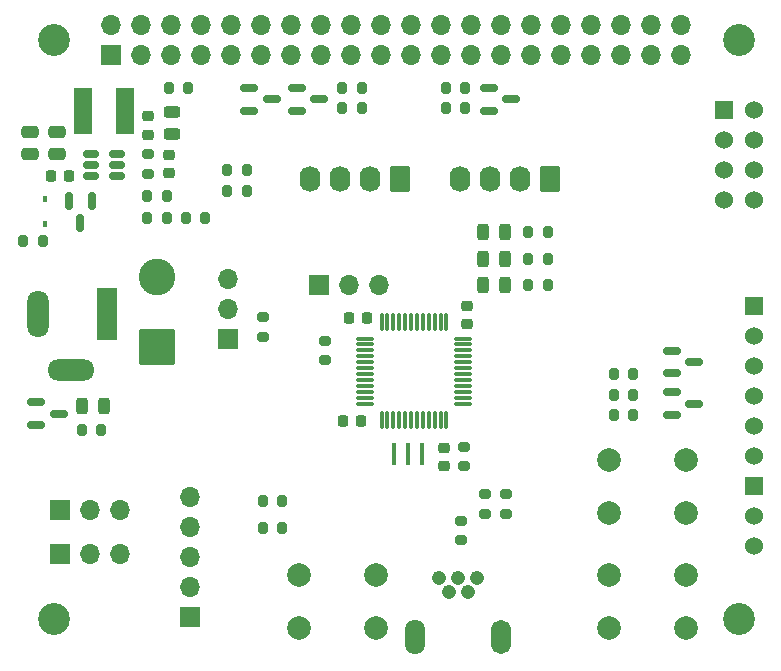
<source format=gts>
G04 #@! TF.GenerationSoftware,KiCad,Pcbnew,6.0.2+dfsg-1*
G04 #@! TF.CreationDate,2022-08-15T18:06:50-04:00*
G04 #@! TF.ProjectId,titan_2022,74697461-6e5f-4323-9032-322e6b696361,1.2*
G04 #@! TF.SameCoordinates,Original*
G04 #@! TF.FileFunction,Soldermask,Top*
G04 #@! TF.FilePolarity,Negative*
%FSLAX46Y46*%
G04 Gerber Fmt 4.6, Leading zero omitted, Abs format (unit mm)*
G04 Created by KiCad (PCBNEW 6.0.2+dfsg-1) date 2022-08-15 18:06:50*
%MOMM*%
%LPD*%
G01*
G04 APERTURE LIST*
G04 Aperture macros list*
%AMRoundRect*
0 Rectangle with rounded corners*
0 $1 Rounding radius*
0 $2 $3 $4 $5 $6 $7 $8 $9 X,Y pos of 4 corners*
0 Add a 4 corners polygon primitive as box body*
4,1,4,$2,$3,$4,$5,$6,$7,$8,$9,$2,$3,0*
0 Add four circle primitives for the rounded corners*
1,1,$1+$1,$2,$3*
1,1,$1+$1,$4,$5*
1,1,$1+$1,$6,$7*
1,1,$1+$1,$8,$9*
0 Add four rect primitives between the rounded corners*
20,1,$1+$1,$2,$3,$4,$5,0*
20,1,$1+$1,$4,$5,$6,$7,0*
20,1,$1+$1,$6,$7,$8,$9,0*
20,1,$1+$1,$8,$9,$2,$3,0*%
G04 Aperture macros list end*
%ADD10C,2.700000*%
%ADD11RoundRect,0.150000X-0.587500X-0.150000X0.587500X-0.150000X0.587500X0.150000X-0.587500X0.150000X0*%
%ADD12RoundRect,0.200000X0.200000X0.275000X-0.200000X0.275000X-0.200000X-0.275000X0.200000X-0.275000X0*%
%ADD13RoundRect,0.075000X0.075000X-0.662500X0.075000X0.662500X-0.075000X0.662500X-0.075000X-0.662500X0*%
%ADD14RoundRect,0.075000X0.662500X-0.075000X0.662500X0.075000X-0.662500X0.075000X-0.662500X-0.075000X0*%
%ADD15RoundRect,0.243750X0.243750X0.456250X-0.243750X0.456250X-0.243750X-0.456250X0.243750X-0.456250X0*%
%ADD16RoundRect,0.225000X-0.225000X-0.250000X0.225000X-0.250000X0.225000X0.250000X-0.225000X0.250000X0*%
%ADD17C,2.000000*%
%ADD18RoundRect,0.200000X-0.200000X-0.275000X0.200000X-0.275000X0.200000X0.275000X-0.200000X0.275000X0*%
%ADD19R,1.700000X1.700000*%
%ADD20O,1.700000X1.700000*%
%ADD21R,1.524000X1.524000*%
%ADD22C,1.524000*%
%ADD23RoundRect,0.200000X0.275000X-0.200000X0.275000X0.200000X-0.275000X0.200000X-0.275000X-0.200000X0*%
%ADD24RoundRect,0.150000X-0.150000X0.587500X-0.150000X-0.587500X0.150000X-0.587500X0.150000X0.587500X0*%
%ADD25C,1.208000*%
%ADD26O,1.700000X2.900000*%
%ADD27O,1.700000X2.980000*%
%ADD28RoundRect,0.200000X-0.275000X0.200000X-0.275000X-0.200000X0.275000X-0.200000X0.275000X0.200000X0*%
%ADD29R,1.800000X4.400000*%
%ADD30O,1.800000X4.000000*%
%ADD31O,4.000000X1.800000*%
%ADD32R,0.450000X0.600000*%
%ADD33RoundRect,0.250000X-0.475000X0.250000X-0.475000X-0.250000X0.475000X-0.250000X0.475000X0.250000X0*%
%ADD34RoundRect,0.225000X0.250000X-0.225000X0.250000X0.225000X-0.250000X0.225000X-0.250000X-0.225000X0*%
%ADD35RoundRect,0.225000X-0.250000X0.225000X-0.250000X-0.225000X0.250000X-0.225000X0.250000X0.225000X0*%
%ADD36RoundRect,0.250000X0.620000X0.845000X-0.620000X0.845000X-0.620000X-0.845000X0.620000X-0.845000X0*%
%ADD37O,1.740000X2.190000*%
%ADD38R,1.500000X4.000000*%
%ADD39RoundRect,0.243750X-0.456250X0.243750X-0.456250X-0.243750X0.456250X-0.243750X0.456250X0.243750X0*%
%ADD40RoundRect,0.150000X-0.512500X-0.150000X0.512500X-0.150000X0.512500X0.150000X-0.512500X0.150000X0*%
%ADD41RoundRect,0.249999X1.300001X-1.300001X1.300001X1.300001X-1.300001X1.300001X-1.300001X-1.300001X0*%
%ADD42C,3.100000*%
%ADD43R,0.400000X1.900000*%
%ADD44RoundRect,0.243750X-0.243750X-0.456250X0.243750X-0.456250X0.243750X0.456250X-0.243750X0.456250X0*%
G04 APERTURE END LIST*
D10*
X93250000Y-53825000D03*
X151250000Y-53825000D03*
X93250000Y-102825000D03*
X151250000Y-102825000D03*
D11*
X145562500Y-83625000D03*
X145562500Y-85525000D03*
X147437500Y-84575000D03*
D12*
X142325000Y-82075000D03*
X140675000Y-82075000D03*
D13*
X121000000Y-85987500D03*
X121500000Y-85987500D03*
X122000000Y-85987500D03*
X122500000Y-85987500D03*
X123000000Y-85987500D03*
X123500000Y-85987500D03*
X124000000Y-85987500D03*
X124500000Y-85987500D03*
X125000000Y-85987500D03*
X125500000Y-85987500D03*
X126000000Y-85987500D03*
X126500000Y-85987500D03*
D14*
X127912500Y-84575000D03*
X127912500Y-84075000D03*
X127912500Y-83575000D03*
X127912500Y-83075000D03*
X127912500Y-82575000D03*
X127912500Y-82075000D03*
X127912500Y-81575000D03*
X127912500Y-81075000D03*
X127912500Y-80575000D03*
X127912500Y-80075000D03*
X127912500Y-79575000D03*
X127912500Y-79075000D03*
D13*
X126500000Y-77662500D03*
X126000000Y-77662500D03*
X125500000Y-77662500D03*
X125000000Y-77662500D03*
X124500000Y-77662500D03*
X124000000Y-77662500D03*
X123500000Y-77662500D03*
X123000000Y-77662500D03*
X122500000Y-77662500D03*
X122000000Y-77662500D03*
X121500000Y-77662500D03*
X121000000Y-77662500D03*
D14*
X119587500Y-79075000D03*
X119587500Y-79575000D03*
X119587500Y-80075000D03*
X119587500Y-80575000D03*
X119587500Y-81075000D03*
X119587500Y-81575000D03*
X119587500Y-82075000D03*
X119587500Y-82575000D03*
X119587500Y-83075000D03*
X119587500Y-83575000D03*
X119587500Y-84075000D03*
X119587500Y-84575000D03*
D15*
X131437500Y-72325000D03*
X129562500Y-72325000D03*
D16*
X118225000Y-77325000D03*
X119775000Y-77325000D03*
D17*
X140250000Y-99075000D03*
X146750000Y-99075000D03*
X140250000Y-103575000D03*
X146750000Y-103575000D03*
D11*
X145562500Y-80125000D03*
X145562500Y-82025000D03*
X147437500Y-81075000D03*
D18*
X95600000Y-86825000D03*
X97250000Y-86825000D03*
D19*
X93750000Y-93575000D03*
D20*
X96290000Y-93575000D03*
X98830000Y-93575000D03*
D21*
X152500000Y-76325000D03*
D22*
X152500000Y-78865000D03*
X152500000Y-81405000D03*
X152500000Y-83945000D03*
X152500000Y-86485000D03*
X152500000Y-89025000D03*
D21*
X152500000Y-91565000D03*
D22*
X152500000Y-94105000D03*
X152500000Y-96645000D03*
D23*
X128000000Y-89900000D03*
X128000000Y-88250000D03*
X111000000Y-78900000D03*
X111000000Y-77250000D03*
D11*
X109812500Y-57875000D03*
X109812500Y-59775000D03*
X111687500Y-58825000D03*
D19*
X93750000Y-97325000D03*
D20*
X96290000Y-97325000D03*
X98830000Y-97325000D03*
D15*
X131437500Y-70075000D03*
X129562500Y-70075000D03*
D12*
X135075000Y-72325000D03*
X133425000Y-72325000D03*
D24*
X96450000Y-67387500D03*
X94550000Y-67387500D03*
X95500000Y-69262500D03*
D25*
X125900000Y-99325000D03*
X126700000Y-100525000D03*
X127500000Y-99325000D03*
X128300000Y-100525000D03*
X129100000Y-99325000D03*
D26*
X131150000Y-104375000D03*
D27*
X123850000Y-104375000D03*
D18*
X107925000Y-66575000D03*
X109575000Y-66575000D03*
D28*
X129750000Y-92250000D03*
X129750000Y-93900000D03*
D18*
X140675000Y-85575000D03*
X142325000Y-85575000D03*
D16*
X117725000Y-86075000D03*
X119275000Y-86075000D03*
X92975000Y-65275000D03*
X94525000Y-65275000D03*
D12*
X128075000Y-59575000D03*
X126425000Y-59575000D03*
D29*
X97750000Y-76975000D03*
D30*
X91950000Y-76975000D03*
D31*
X94750000Y-81775000D03*
D32*
X92500000Y-67275000D03*
X92500000Y-69375000D03*
D33*
X91250000Y-61575000D03*
X91250000Y-63475000D03*
D23*
X101250000Y-65100000D03*
X101250000Y-63450000D03*
D12*
X102825000Y-67025000D03*
X101175000Y-67025000D03*
X112575000Y-95075000D03*
X110925000Y-95075000D03*
D15*
X131437500Y-74575000D03*
X129562500Y-74575000D03*
D19*
X115725000Y-74575000D03*
D20*
X118265000Y-74575000D03*
X120805000Y-74575000D03*
D12*
X135075000Y-74575000D03*
X133425000Y-74575000D03*
D18*
X140675000Y-83825000D03*
X142325000Y-83825000D03*
D33*
X93500000Y-61575000D03*
X93500000Y-63475000D03*
D17*
X120500000Y-103575000D03*
X114000000Y-103575000D03*
X114000000Y-99075000D03*
X120500000Y-99075000D03*
D34*
X103000000Y-65050000D03*
X103000000Y-63500000D03*
D11*
X130062500Y-57875000D03*
X130062500Y-59775000D03*
X131937500Y-58825000D03*
D28*
X131500000Y-92250000D03*
X131500000Y-93900000D03*
D12*
X112575000Y-92825000D03*
X110925000Y-92825000D03*
D35*
X101250000Y-60250000D03*
X101250000Y-61800000D03*
D34*
X126250000Y-89850000D03*
X126250000Y-88300000D03*
D12*
X135075000Y-70075000D03*
X133425000Y-70075000D03*
D36*
X135250000Y-65575000D03*
D37*
X132710000Y-65575000D03*
X130170000Y-65575000D03*
X127630000Y-65575000D03*
D35*
X128250000Y-76275000D03*
X128250000Y-77825000D03*
D38*
X99300000Y-59775000D03*
X95700000Y-59775000D03*
D12*
X104650000Y-57825000D03*
X103000000Y-57825000D03*
D39*
X103250000Y-59887500D03*
X103250000Y-61762500D03*
D23*
X116250000Y-80900000D03*
X116250000Y-79250000D03*
D28*
X127750000Y-94500000D03*
X127750000Y-96150000D03*
D40*
X96362500Y-63425000D03*
X96362500Y-64375000D03*
X96362500Y-65325000D03*
X98637500Y-65325000D03*
X98637500Y-64375000D03*
X98637500Y-63425000D03*
D41*
X102000000Y-79825000D03*
D42*
X102000000Y-73825000D03*
D19*
X104750000Y-102650000D03*
D20*
X104750000Y-100110000D03*
X104750000Y-97570000D03*
X104750000Y-95030000D03*
X104750000Y-92490000D03*
D11*
X113812500Y-57875000D03*
X113812500Y-59775000D03*
X115687500Y-58825000D03*
D43*
X122050000Y-88825000D03*
X123250000Y-88825000D03*
X124450000Y-88825000D03*
D36*
X122560000Y-65555000D03*
D37*
X120020000Y-65555000D03*
X117480000Y-65555000D03*
X114940000Y-65555000D03*
D12*
X109575000Y-64825000D03*
X107925000Y-64825000D03*
D19*
X108000000Y-79100000D03*
D20*
X108000000Y-76560000D03*
X108000000Y-74020000D03*
D18*
X90675000Y-70825000D03*
X92325000Y-70825000D03*
D12*
X106075000Y-68825000D03*
X104425000Y-68825000D03*
D11*
X91787500Y-84475000D03*
X91787500Y-86375000D03*
X93662500Y-85425000D03*
D12*
X102825000Y-68825000D03*
X101175000Y-68825000D03*
X119325000Y-57825000D03*
X117675000Y-57825000D03*
D17*
X140250000Y-89325000D03*
X146750000Y-89325000D03*
X140250000Y-93825000D03*
X146750000Y-93825000D03*
D12*
X119325000Y-59575000D03*
X117675000Y-59575000D03*
D21*
X150000000Y-59700000D03*
D22*
X152540000Y-59700000D03*
X150000000Y-62240000D03*
X152540000Y-62240000D03*
X150000000Y-64780000D03*
X152540000Y-64780000D03*
X150000000Y-67320000D03*
X152540000Y-67320000D03*
D44*
X95625000Y-84825000D03*
X97500000Y-84825000D03*
D18*
X126425000Y-57825000D03*
X128075000Y-57825000D03*
D19*
X98120000Y-55095000D03*
D20*
X98120000Y-52555000D03*
X100660000Y-55095000D03*
X100660000Y-52555000D03*
X103200000Y-55095000D03*
X103200000Y-52555000D03*
X105740000Y-55095000D03*
X105740000Y-52555000D03*
X108280000Y-55095000D03*
X108280000Y-52555000D03*
X110820000Y-55095000D03*
X110820000Y-52555000D03*
X113360000Y-55095000D03*
X113360000Y-52555000D03*
X115900000Y-55095000D03*
X115900000Y-52555000D03*
X118440000Y-55095000D03*
X118440000Y-52555000D03*
X120980000Y-55095000D03*
X120980000Y-52555000D03*
X123520000Y-55095000D03*
X123520000Y-52555000D03*
X126060000Y-55095000D03*
X126060000Y-52555000D03*
X128600000Y-55095000D03*
X128600000Y-52555000D03*
X131140000Y-55095000D03*
X131140000Y-52555000D03*
X133680000Y-55095000D03*
X133680000Y-52555000D03*
X136220000Y-55095000D03*
X136220000Y-52555000D03*
X138760000Y-55095000D03*
X138760000Y-52555000D03*
X141300000Y-55095000D03*
X141300000Y-52555000D03*
X143840000Y-55095000D03*
X143840000Y-52555000D03*
X146380000Y-55095000D03*
X146380000Y-52555000D03*
M02*

</source>
